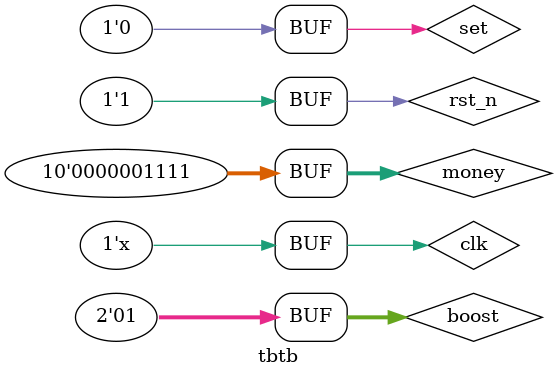
<source format=v>
`timescale 1ns / 1ps


module tbtb();
reg rst_n;
reg clk;
reg [9:0]money;
reg set;
reg [1:0]boost;

wire [9:0]remain;
wire yellow;
wire red;

game_count test(
.clk(clk),
.rst_n(rst_n),
.money(money),
.set(set),
.boost(boost),
.remain(remain),
.yellow(yellow),
.red(red)
);

initial begin
clk = 0;
rst_n = 0;

set = 0;
boost = 2'b01;            //ÆÕÍ¨Ä£Ê½
money = 10'd0;

#15 rst_n = 1;
#10 money = 10'd15;
#10 set = 1;             //³äÖµ15Ôª
#10 set = 0;
#50 boost = 2'b11;        //ÌåÑéÄ£Ê½

#30  money = 10'd15;     
#70  set = 1;            //ÔÙ³äÖµ1´Î
#10  set = 0;
#50  boost = 2'b10;      //³©ÍæÄ£Ê½
#50  boost = 2'b11;      //µÚ¶þ´Î½øÈëÌåÑéÄ£Ê½£¬°´ÌâÒâÓ¦µ±ÎÞ·¨½øÈë
#10  boost = 2'b00;      //¹Ø»ú
#20  boost = 2'b01;      //ÖØÐÂ½øÈëÆÕÍ¨Ä£Ê½Ò»Ö±µ½ºìµÆÁÁ
end
always #5 clk = ~clk;

endmodule


</source>
